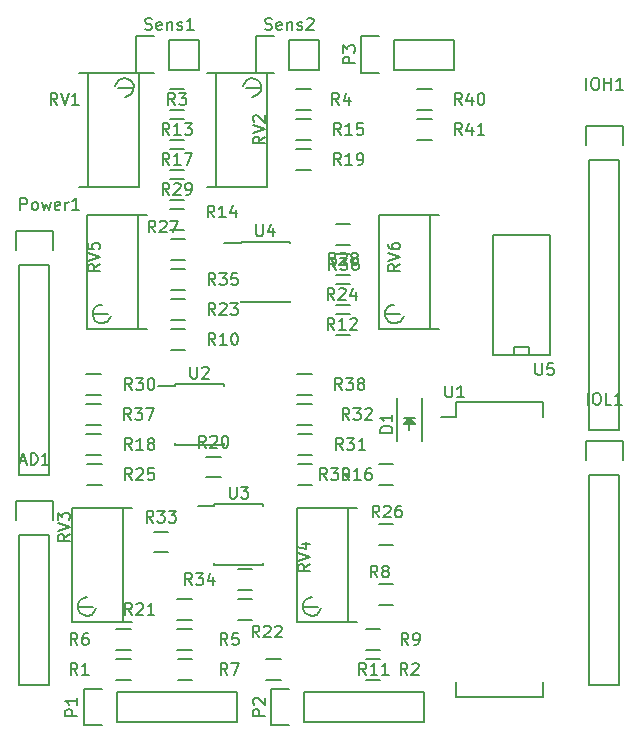
<source format=gto>
G04 #@! TF.FileFunction,Legend,Top*
%FSLAX45Y45*%
G04 Gerber Fmt 4.5, Leading zero omitted, Abs format (unit mm)*
G04 Created by KiCad (PCBNEW (2015-09-03 BZR 6154)-product) date Saturday, September 05, 2015 'PMt' 10:25:32 PM*
%MOMM*%
G01*
G04 APERTURE LIST*
%ADD10C,0.100000*%
%ADD11C,0.150000*%
G04 APERTURE END LIST*
D10*
D11*
X18923000Y-12446000D02*
X18923000Y-13716000D01*
X18923000Y-13716000D02*
X18669000Y-13716000D01*
X18669000Y-13716000D02*
X18669000Y-12446000D01*
X18951000Y-12164000D02*
X18951000Y-12319000D01*
X18923000Y-12446000D02*
X18669000Y-12446000D01*
X18641000Y-12319000D02*
X18641000Y-12164000D01*
X18641000Y-12164000D02*
X18951000Y-12164000D01*
X21866000Y-11293486D02*
X21866000Y-11653486D01*
X22076000Y-11293486D02*
X22076000Y-11653486D01*
X22001000Y-11498486D02*
X21941000Y-11498486D01*
X21941000Y-11498486D02*
X21971000Y-11468486D01*
X21971000Y-11468486D02*
X21991000Y-11488486D01*
X21991000Y-11488486D02*
X21966000Y-11488486D01*
X21966000Y-11488486D02*
X21971000Y-11483486D01*
X22021000Y-11458486D02*
X21921000Y-11458486D01*
X21971000Y-11508486D02*
X21971000Y-11558486D01*
X21971000Y-11458486D02*
X22021000Y-11508486D01*
X22021000Y-11508486D02*
X21921000Y-11508486D01*
X21921000Y-11508486D02*
X21971000Y-11458486D01*
X23749000Y-9271000D02*
X23749000Y-11557000D01*
X23749000Y-11557000D02*
X23495000Y-11557000D01*
X23495000Y-11557000D02*
X23495000Y-9271000D01*
X23777000Y-8989000D02*
X23777000Y-9144000D01*
X23749000Y-9271000D02*
X23495000Y-9271000D01*
X23467000Y-9144000D02*
X23467000Y-8989000D01*
X23467000Y-8989000D02*
X23777000Y-8989000D01*
X23749000Y-11938000D02*
X23749000Y-13716000D01*
X23749000Y-13716000D02*
X23495000Y-13716000D01*
X23495000Y-13716000D02*
X23495000Y-11938000D01*
X23777000Y-11656000D02*
X23777000Y-11811000D01*
X23749000Y-11938000D02*
X23495000Y-11938000D01*
X23467000Y-11811000D02*
X23467000Y-11656000D01*
X23467000Y-11656000D02*
X23777000Y-11656000D01*
X19367500Y-14061500D02*
X19212500Y-14061500D01*
X19212500Y-14061500D02*
X19212500Y-13751500D01*
X19212500Y-13751500D02*
X19367500Y-13751500D01*
X19494500Y-13779500D02*
X20510500Y-13779500D01*
X20510500Y-13779500D02*
X20510500Y-14033500D01*
X20510500Y-14033500D02*
X19494500Y-14033500D01*
X19494500Y-13779500D02*
X19494500Y-14033500D01*
X20955000Y-14061500D02*
X20800000Y-14061500D01*
X20800000Y-14061500D02*
X20800000Y-13751500D01*
X20800000Y-13751500D02*
X20955000Y-13751500D01*
X21082000Y-13779500D02*
X22098000Y-13779500D01*
X22098000Y-13779500D02*
X22098000Y-14033500D01*
X22098000Y-14033500D02*
X21082000Y-14033500D01*
X21082000Y-13779500D02*
X21082000Y-14033500D01*
X21844000Y-8509000D02*
X22352000Y-8509000D01*
X22352000Y-8509000D02*
X22352000Y-8255000D01*
X22352000Y-8255000D02*
X21844000Y-8255000D01*
X21562000Y-8227000D02*
X21717000Y-8227000D01*
X21844000Y-8255000D02*
X21844000Y-8509000D01*
X21717000Y-8537000D02*
X21562000Y-8537000D01*
X21562000Y-8537000D02*
X21562000Y-8227000D01*
X18923000Y-10160000D02*
X18923000Y-11938000D01*
X18923000Y-11938000D02*
X18669000Y-11938000D01*
X18669000Y-11938000D02*
X18669000Y-10160000D01*
X18951000Y-9878000D02*
X18951000Y-10033000D01*
X18923000Y-10160000D02*
X18669000Y-10160000D01*
X18641000Y-10033000D02*
X18641000Y-9878000D01*
X18641000Y-9878000D02*
X18951000Y-9878000D01*
X19490000Y-13501500D02*
X19610000Y-13501500D01*
X19610000Y-13676500D02*
X19490000Y-13676500D01*
X20880000Y-13676500D02*
X20760000Y-13676500D01*
X20760000Y-13501500D02*
X20880000Y-13501500D01*
X19942500Y-8675500D02*
X20062500Y-8675500D01*
X20062500Y-8850500D02*
X19942500Y-8850500D01*
X21014000Y-8675500D02*
X21134000Y-8675500D01*
X21134000Y-8850500D02*
X21014000Y-8850500D01*
X20126000Y-13422500D02*
X20006000Y-13422500D01*
X20006000Y-13247500D02*
X20126000Y-13247500D01*
X19610000Y-13422500D02*
X19490000Y-13422500D01*
X19490000Y-13247500D02*
X19610000Y-13247500D01*
X20134000Y-13676500D02*
X20014000Y-13676500D01*
X20014000Y-13501500D02*
X20134000Y-13501500D01*
X21832500Y-13041500D02*
X21712500Y-13041500D01*
X21712500Y-12866500D02*
X21832500Y-12866500D01*
X21721500Y-13422500D02*
X21601500Y-13422500D01*
X21601500Y-13247500D02*
X21721500Y-13247500D01*
X20070500Y-10882500D02*
X19950500Y-10882500D01*
X19950500Y-10707500D02*
X20070500Y-10707500D01*
X21721500Y-13676500D02*
X21601500Y-13676500D01*
X21601500Y-13501500D02*
X21721500Y-13501500D01*
X21347500Y-10580500D02*
X21467500Y-10580500D01*
X21467500Y-10755500D02*
X21347500Y-10755500D01*
X19942500Y-8929500D02*
X20062500Y-8929500D01*
X20062500Y-9104500D02*
X19942500Y-9104500D01*
X19942500Y-9691500D02*
X20062500Y-9691500D01*
X20062500Y-9866500D02*
X19942500Y-9866500D01*
X21014000Y-8929500D02*
X21134000Y-8929500D01*
X21134000Y-9104500D02*
X21014000Y-9104500D01*
X21150000Y-12025500D02*
X21030000Y-12025500D01*
X21030000Y-11850500D02*
X21150000Y-11850500D01*
X19942500Y-9183500D02*
X20062500Y-9183500D01*
X20062500Y-9358500D02*
X19942500Y-9358500D01*
X19356000Y-11771500D02*
X19236000Y-11771500D01*
X19236000Y-11596500D02*
X19356000Y-11596500D01*
X21014000Y-9183500D02*
X21134000Y-9183500D01*
X21134000Y-9358500D02*
X21014000Y-9358500D01*
X20372000Y-11962000D02*
X20252000Y-11962000D01*
X20252000Y-11787000D02*
X20372000Y-11787000D01*
X20126000Y-13168500D02*
X20006000Y-13168500D01*
X20006000Y-12993500D02*
X20126000Y-12993500D01*
X20642000Y-13168500D02*
X20522000Y-13168500D01*
X20522000Y-12993500D02*
X20642000Y-12993500D01*
X20070500Y-10628500D02*
X19950500Y-10628500D01*
X19950500Y-10453500D02*
X20070500Y-10453500D01*
X21467500Y-10501500D02*
X21347500Y-10501500D01*
X21347500Y-10326500D02*
X21467500Y-10326500D01*
X19364000Y-12025500D02*
X19244000Y-12025500D01*
X19244000Y-11850500D02*
X19364000Y-11850500D01*
X21832500Y-12533500D02*
X21712500Y-12533500D01*
X21712500Y-12358500D02*
X21832500Y-12358500D01*
X20070500Y-10120500D02*
X19950500Y-10120500D01*
X19950500Y-9945500D02*
X20070500Y-9945500D01*
X21347500Y-9818500D02*
X21467500Y-9818500D01*
X21467500Y-9993500D02*
X21347500Y-9993500D01*
X19942500Y-9437500D02*
X20062500Y-9437500D01*
X20062500Y-9612500D02*
X19942500Y-9612500D01*
X19356000Y-11263500D02*
X19236000Y-11263500D01*
X19236000Y-11088500D02*
X19356000Y-11088500D01*
X21150000Y-11771500D02*
X21030000Y-11771500D01*
X21030000Y-11596500D02*
X21150000Y-11596500D01*
X21022000Y-11342500D02*
X21142000Y-11342500D01*
X21142000Y-11517500D02*
X21022000Y-11517500D01*
X19927500Y-12597000D02*
X19807500Y-12597000D01*
X19807500Y-12422000D02*
X19927500Y-12422000D01*
X20642000Y-12914500D02*
X20522000Y-12914500D01*
X20522000Y-12739500D02*
X20642000Y-12739500D01*
X20070500Y-10374500D02*
X19950500Y-10374500D01*
X19950500Y-10199500D02*
X20070500Y-10199500D01*
X21467500Y-10247500D02*
X21347500Y-10247500D01*
X21347500Y-10072500D02*
X21467500Y-10072500D01*
X19356000Y-11517500D02*
X19236000Y-11517500D01*
X19236000Y-11342500D02*
X19356000Y-11342500D01*
X21142000Y-11263500D02*
X21022000Y-11263500D01*
X21022000Y-11088500D02*
X21142000Y-11088500D01*
X21832500Y-12025500D02*
X21712500Y-12025500D01*
X21712500Y-11850500D02*
X21832500Y-11850500D01*
X22038000Y-8675500D02*
X22158000Y-8675500D01*
X22158000Y-8850500D02*
X22038000Y-8850500D01*
X22038000Y-8929500D02*
X22158000Y-8929500D01*
X22158000Y-9104500D02*
X22038000Y-9104500D01*
X19634200Y-8661400D02*
X19507200Y-8661400D01*
X19559270Y-8740140D02*
X19584670Y-8736330D01*
X19584670Y-8736330D02*
X19612610Y-8718550D01*
X19612610Y-8718550D02*
X19634200Y-8686800D01*
X19634200Y-8686800D02*
X19635470Y-8642350D01*
X19635470Y-8642350D02*
X19615150Y-8606790D01*
X19615150Y-8606790D02*
X19585940Y-8589010D01*
X19585940Y-8589010D02*
X19554190Y-8583930D01*
X19554190Y-8583930D02*
X19513550Y-8594090D01*
X19513550Y-8594090D02*
X19488150Y-8628380D01*
X19488150Y-8628380D02*
X19479260Y-8646160D01*
X19253200Y-9499600D02*
X19253200Y-8534400D01*
X19558000Y-8534400D02*
X19685000Y-8534400D01*
X19685000Y-8534400D02*
X19685000Y-9499600D01*
X19685000Y-9499600D02*
X19177000Y-9499600D01*
X19177000Y-8534400D02*
X19431000Y-8534400D01*
X19431000Y-8534400D02*
X19558000Y-8534400D01*
X20713700Y-8661400D02*
X20586700Y-8661400D01*
X20638770Y-8740140D02*
X20664170Y-8736330D01*
X20664170Y-8736330D02*
X20692110Y-8718550D01*
X20692110Y-8718550D02*
X20713700Y-8686800D01*
X20713700Y-8686800D02*
X20714970Y-8642350D01*
X20714970Y-8642350D02*
X20694650Y-8606790D01*
X20694650Y-8606790D02*
X20665440Y-8589010D01*
X20665440Y-8589010D02*
X20633690Y-8583930D01*
X20633690Y-8583930D02*
X20593050Y-8594090D01*
X20593050Y-8594090D02*
X20567650Y-8628380D01*
X20567650Y-8628380D02*
X20558760Y-8646160D01*
X20332700Y-9499600D02*
X20332700Y-8534400D01*
X20637500Y-8534400D02*
X20764500Y-8534400D01*
X20764500Y-8534400D02*
X20764500Y-9499600D01*
X20764500Y-9499600D02*
X20256500Y-9499600D01*
X20256500Y-8534400D02*
X20510500Y-8534400D01*
X20510500Y-8534400D02*
X20637500Y-8534400D01*
X19164300Y-13055600D02*
X19291300Y-13055600D01*
X19239230Y-12976860D02*
X19213830Y-12980670D01*
X19213830Y-12980670D02*
X19185890Y-12998450D01*
X19185890Y-12998450D02*
X19164300Y-13030200D01*
X19164300Y-13030200D02*
X19163030Y-13074650D01*
X19163030Y-13074650D02*
X19183350Y-13110210D01*
X19183350Y-13110210D02*
X19212560Y-13127990D01*
X19212560Y-13127990D02*
X19244310Y-13133070D01*
X19244310Y-13133070D02*
X19284950Y-13122910D01*
X19284950Y-13122910D02*
X19310350Y-13088620D01*
X19310350Y-13088620D02*
X19319240Y-13070840D01*
X19545300Y-12217400D02*
X19545300Y-13182600D01*
X19240500Y-13182600D02*
X19113500Y-13182600D01*
X19113500Y-13182600D02*
X19113500Y-12217400D01*
X19113500Y-12217400D02*
X19621500Y-12217400D01*
X19621500Y-13182600D02*
X19367500Y-13182600D01*
X19367500Y-13182600D02*
X19240500Y-13182600D01*
X21069300Y-13055600D02*
X21196300Y-13055600D01*
X21144230Y-12976860D02*
X21118830Y-12980670D01*
X21118830Y-12980670D02*
X21090890Y-12998450D01*
X21090890Y-12998450D02*
X21069300Y-13030200D01*
X21069300Y-13030200D02*
X21068030Y-13074650D01*
X21068030Y-13074650D02*
X21088350Y-13110210D01*
X21088350Y-13110210D02*
X21117560Y-13127990D01*
X21117560Y-13127990D02*
X21149310Y-13133070D01*
X21149310Y-13133070D02*
X21189950Y-13122910D01*
X21189950Y-13122910D02*
X21215350Y-13088620D01*
X21215350Y-13088620D02*
X21224240Y-13070840D01*
X21450300Y-12217400D02*
X21450300Y-13182600D01*
X21145500Y-13182600D02*
X21018500Y-13182600D01*
X21018500Y-13182600D02*
X21018500Y-12217400D01*
X21018500Y-12217400D02*
X21526500Y-12217400D01*
X21526500Y-13182600D02*
X21272500Y-13182600D01*
X21272500Y-13182600D02*
X21145500Y-13182600D01*
X19291300Y-10579100D02*
X19418300Y-10579100D01*
X19366230Y-10500360D02*
X19340830Y-10504170D01*
X19340830Y-10504170D02*
X19312890Y-10521950D01*
X19312890Y-10521950D02*
X19291300Y-10553700D01*
X19291300Y-10553700D02*
X19290030Y-10598150D01*
X19290030Y-10598150D02*
X19310350Y-10633710D01*
X19310350Y-10633710D02*
X19339560Y-10651490D01*
X19339560Y-10651490D02*
X19371310Y-10656570D01*
X19371310Y-10656570D02*
X19411950Y-10646410D01*
X19411950Y-10646410D02*
X19437350Y-10612120D01*
X19437350Y-10612120D02*
X19446240Y-10594340D01*
X19672300Y-9740900D02*
X19672300Y-10706100D01*
X19367500Y-10706100D02*
X19240500Y-10706100D01*
X19240500Y-10706100D02*
X19240500Y-9740900D01*
X19240500Y-9740900D02*
X19748500Y-9740900D01*
X19748500Y-10706100D02*
X19494500Y-10706100D01*
X19494500Y-10706100D02*
X19367500Y-10706100D01*
X21767800Y-10579100D02*
X21894800Y-10579100D01*
X21842730Y-10500360D02*
X21817330Y-10504170D01*
X21817330Y-10504170D02*
X21789390Y-10521950D01*
X21789390Y-10521950D02*
X21767800Y-10553700D01*
X21767800Y-10553700D02*
X21766530Y-10598150D01*
X21766530Y-10598150D02*
X21786850Y-10633710D01*
X21786850Y-10633710D02*
X21816060Y-10651490D01*
X21816060Y-10651490D02*
X21847810Y-10656570D01*
X21847810Y-10656570D02*
X21888450Y-10646410D01*
X21888450Y-10646410D02*
X21913850Y-10612120D01*
X21913850Y-10612120D02*
X21922740Y-10594340D01*
X22148800Y-9740900D02*
X22148800Y-10706100D01*
X21844000Y-10706100D02*
X21717000Y-10706100D01*
X21717000Y-10706100D02*
X21717000Y-9740900D01*
X21717000Y-9740900D02*
X22225000Y-9740900D01*
X22225000Y-10706100D02*
X21971000Y-10706100D01*
X21971000Y-10706100D02*
X21844000Y-10706100D01*
X19939000Y-8255000D02*
X20193000Y-8255000D01*
X19657000Y-8227000D02*
X19812000Y-8227000D01*
X19939000Y-8255000D02*
X19939000Y-8509000D01*
X19812000Y-8537000D02*
X19657000Y-8537000D01*
X19657000Y-8537000D02*
X19657000Y-8227000D01*
X19939000Y-8509000D02*
X20193000Y-8509000D01*
X20193000Y-8509000D02*
X20193000Y-8255000D01*
X20955000Y-8255000D02*
X21209000Y-8255000D01*
X20673000Y-8227000D02*
X20828000Y-8227000D01*
X20955000Y-8255000D02*
X20955000Y-8509000D01*
X20828000Y-8537000D02*
X20673000Y-8537000D01*
X20673000Y-8537000D02*
X20673000Y-8227000D01*
X20955000Y-8509000D02*
X21209000Y-8509000D01*
X21209000Y-8509000D02*
X21209000Y-8255000D01*
X22365500Y-11327500D02*
X22365500Y-11454500D01*
X23100500Y-11327500D02*
X23100500Y-11454500D01*
X23100500Y-13818500D02*
X23100500Y-13691500D01*
X22365500Y-13818500D02*
X22365500Y-13691500D01*
X22365500Y-11327500D02*
X23100500Y-11327500D01*
X22365500Y-13818500D02*
X23100500Y-13818500D01*
X22365500Y-11454500D02*
X22237000Y-11454500D01*
X19985500Y-11172500D02*
X19985500Y-11187000D01*
X20400500Y-11172500D02*
X20400500Y-11187000D01*
X20400500Y-11687500D02*
X20400500Y-11673000D01*
X19985500Y-11687500D02*
X19985500Y-11673000D01*
X19985500Y-11172500D02*
X20400500Y-11172500D01*
X19985500Y-11687500D02*
X20400500Y-11687500D01*
X19985500Y-11187000D02*
X19845500Y-11187000D01*
X20319000Y-12188500D02*
X20319000Y-12203000D01*
X20734000Y-12188500D02*
X20734000Y-12203000D01*
X20734000Y-12703500D02*
X20734000Y-12689000D01*
X20319000Y-12703500D02*
X20319000Y-12689000D01*
X20319000Y-12188500D02*
X20734000Y-12188500D01*
X20319000Y-12703500D02*
X20734000Y-12703500D01*
X20319000Y-12203000D02*
X20179000Y-12203000D01*
X20541000Y-9966000D02*
X20541000Y-9980500D01*
X20956000Y-9966000D02*
X20956000Y-9980500D01*
X20956000Y-10481000D02*
X20956000Y-10466500D01*
X20541000Y-10481000D02*
X20541000Y-10466500D01*
X20541000Y-9966000D02*
X20956000Y-9966000D01*
X20541000Y-10481000D02*
X20956000Y-10481000D01*
X20541000Y-9980500D02*
X20401000Y-9980500D01*
X22682200Y-9906000D02*
X23164800Y-9906000D01*
X23164800Y-9906000D02*
X23164800Y-10922000D01*
X23164800Y-10922000D02*
X22682200Y-10922000D01*
X22682200Y-10922000D02*
X22682200Y-9906000D01*
X22860000Y-10922000D02*
X22860000Y-10858500D01*
X22860000Y-10858500D02*
X22987000Y-10858500D01*
X22987000Y-10858500D02*
X22987000Y-10922000D01*
X18674571Y-11825667D02*
X18722191Y-11825667D01*
X18665048Y-11854238D02*
X18698381Y-11754238D01*
X18731714Y-11854238D01*
X18765048Y-11854238D02*
X18765048Y-11754238D01*
X18788857Y-11754238D01*
X18803143Y-11759000D01*
X18812667Y-11768524D01*
X18817429Y-11778048D01*
X18822191Y-11797095D01*
X18822191Y-11811381D01*
X18817429Y-11830429D01*
X18812667Y-11839952D01*
X18803143Y-11849476D01*
X18788857Y-11854238D01*
X18765048Y-11854238D01*
X18917429Y-11854238D02*
X18860286Y-11854238D01*
X18888857Y-11854238D02*
X18888857Y-11754238D01*
X18879333Y-11768524D01*
X18869810Y-11778048D01*
X18860286Y-11782809D01*
X21825738Y-11582295D02*
X21725738Y-11582295D01*
X21725738Y-11558486D01*
X21730500Y-11544200D01*
X21740024Y-11534676D01*
X21749548Y-11529914D01*
X21768595Y-11525153D01*
X21782881Y-11525153D01*
X21801929Y-11529914D01*
X21811452Y-11534676D01*
X21820976Y-11544200D01*
X21825738Y-11558486D01*
X21825738Y-11582295D01*
X21825738Y-11429914D02*
X21825738Y-11487057D01*
X21825738Y-11458486D02*
X21725738Y-11458486D01*
X21740024Y-11468010D01*
X21749548Y-11477534D01*
X21754310Y-11487057D01*
X23469619Y-8679238D02*
X23469619Y-8579238D01*
X23536286Y-8579238D02*
X23555333Y-8579238D01*
X23564857Y-8584000D01*
X23574381Y-8593524D01*
X23579143Y-8612571D01*
X23579143Y-8645905D01*
X23574381Y-8664952D01*
X23564857Y-8674476D01*
X23555333Y-8679238D01*
X23536286Y-8679238D01*
X23526762Y-8674476D01*
X23517238Y-8664952D01*
X23512476Y-8645905D01*
X23512476Y-8612571D01*
X23517238Y-8593524D01*
X23526762Y-8584000D01*
X23536286Y-8579238D01*
X23622000Y-8679238D02*
X23622000Y-8579238D01*
X23622000Y-8626857D02*
X23679143Y-8626857D01*
X23679143Y-8679238D02*
X23679143Y-8579238D01*
X23779143Y-8679238D02*
X23722000Y-8679238D01*
X23750571Y-8679238D02*
X23750571Y-8579238D01*
X23741048Y-8593524D01*
X23731524Y-8603048D01*
X23722000Y-8607810D01*
X23481524Y-11346238D02*
X23481524Y-11246238D01*
X23548190Y-11246238D02*
X23567238Y-11246238D01*
X23576762Y-11251000D01*
X23586286Y-11260524D01*
X23591048Y-11279571D01*
X23591048Y-11312905D01*
X23586286Y-11331952D01*
X23576762Y-11341476D01*
X23567238Y-11346238D01*
X23548190Y-11346238D01*
X23538667Y-11341476D01*
X23529143Y-11331952D01*
X23524381Y-11312905D01*
X23524381Y-11279571D01*
X23529143Y-11260524D01*
X23538667Y-11251000D01*
X23548190Y-11246238D01*
X23681524Y-11346238D02*
X23633905Y-11346238D01*
X23633905Y-11246238D01*
X23767238Y-11346238D02*
X23710095Y-11346238D01*
X23738667Y-11346238D02*
X23738667Y-11246238D01*
X23729143Y-11260524D01*
X23719619Y-11270048D01*
X23710095Y-11274809D01*
X19158738Y-13980309D02*
X19058738Y-13980309D01*
X19058738Y-13942214D01*
X19063500Y-13932690D01*
X19068262Y-13927928D01*
X19077786Y-13923167D01*
X19092071Y-13923167D01*
X19101595Y-13927928D01*
X19106357Y-13932690D01*
X19111119Y-13942214D01*
X19111119Y-13980309D01*
X19158738Y-13827928D02*
X19158738Y-13885071D01*
X19158738Y-13856500D02*
X19058738Y-13856500D01*
X19073024Y-13866024D01*
X19082548Y-13875548D01*
X19087310Y-13885071D01*
X20746238Y-13980309D02*
X20646238Y-13980309D01*
X20646238Y-13942214D01*
X20651000Y-13932690D01*
X20655762Y-13927928D01*
X20665286Y-13923167D01*
X20679571Y-13923167D01*
X20689095Y-13927928D01*
X20693857Y-13932690D01*
X20698619Y-13942214D01*
X20698619Y-13980309D01*
X20655762Y-13885071D02*
X20651000Y-13880309D01*
X20646238Y-13870786D01*
X20646238Y-13846976D01*
X20651000Y-13837452D01*
X20655762Y-13832690D01*
X20665286Y-13827928D01*
X20674810Y-13827928D01*
X20689095Y-13832690D01*
X20746238Y-13889833D01*
X20746238Y-13827928D01*
X21508238Y-8455810D02*
X21408238Y-8455810D01*
X21408238Y-8417714D01*
X21413000Y-8408190D01*
X21417762Y-8403429D01*
X21427286Y-8398667D01*
X21441571Y-8398667D01*
X21451095Y-8403429D01*
X21455857Y-8408190D01*
X21460619Y-8417714D01*
X21460619Y-8455810D01*
X21408238Y-8365333D02*
X21408238Y-8303428D01*
X21446333Y-8336762D01*
X21446333Y-8322476D01*
X21451095Y-8312952D01*
X21455857Y-8308190D01*
X21465381Y-8303428D01*
X21489191Y-8303428D01*
X21498714Y-8308190D01*
X21503476Y-8312952D01*
X21508238Y-8322476D01*
X21508238Y-8351048D01*
X21503476Y-8360571D01*
X21498714Y-8365333D01*
X18677762Y-9697238D02*
X18677762Y-9597238D01*
X18715857Y-9597238D01*
X18725381Y-9602000D01*
X18730143Y-9606762D01*
X18734905Y-9616286D01*
X18734905Y-9630571D01*
X18730143Y-9640095D01*
X18725381Y-9644857D01*
X18715857Y-9649619D01*
X18677762Y-9649619D01*
X18792048Y-9697238D02*
X18782524Y-9692476D01*
X18777762Y-9687714D01*
X18773000Y-9678191D01*
X18773000Y-9649619D01*
X18777762Y-9640095D01*
X18782524Y-9635333D01*
X18792048Y-9630571D01*
X18806333Y-9630571D01*
X18815857Y-9635333D01*
X18820619Y-9640095D01*
X18825381Y-9649619D01*
X18825381Y-9678191D01*
X18820619Y-9687714D01*
X18815857Y-9692476D01*
X18806333Y-9697238D01*
X18792048Y-9697238D01*
X18858714Y-9630571D02*
X18877762Y-9697238D01*
X18896810Y-9649619D01*
X18915857Y-9697238D01*
X18934905Y-9630571D01*
X19011095Y-9692476D02*
X19001572Y-9697238D01*
X18982524Y-9697238D01*
X18973000Y-9692476D01*
X18968238Y-9682952D01*
X18968238Y-9644857D01*
X18973000Y-9635333D01*
X18982524Y-9630571D01*
X19001572Y-9630571D01*
X19011095Y-9635333D01*
X19015857Y-9644857D01*
X19015857Y-9654381D01*
X18968238Y-9663905D01*
X19058714Y-9697238D02*
X19058714Y-9630571D01*
X19058714Y-9649619D02*
X19063476Y-9640095D01*
X19068238Y-9635333D01*
X19077762Y-9630571D01*
X19087286Y-9630571D01*
X19173000Y-9697238D02*
X19115857Y-9697238D01*
X19144429Y-9697238D02*
X19144429Y-9597238D01*
X19134905Y-9611524D01*
X19125381Y-9621048D01*
X19115857Y-9625810D01*
X19160333Y-13634238D02*
X19127000Y-13586619D01*
X19103191Y-13634238D02*
X19103191Y-13534238D01*
X19141286Y-13534238D01*
X19150810Y-13539000D01*
X19155572Y-13543762D01*
X19160333Y-13553286D01*
X19160333Y-13567571D01*
X19155572Y-13577095D01*
X19150810Y-13581857D01*
X19141286Y-13586619D01*
X19103191Y-13586619D01*
X19255572Y-13634238D02*
X19198429Y-13634238D01*
X19227000Y-13634238D02*
X19227000Y-13534238D01*
X19217476Y-13548524D01*
X19207952Y-13558048D01*
X19198429Y-13562809D01*
X21954333Y-13634238D02*
X21921000Y-13586619D01*
X21897191Y-13634238D02*
X21897191Y-13534238D01*
X21935286Y-13534238D01*
X21944810Y-13539000D01*
X21949572Y-13543762D01*
X21954333Y-13553286D01*
X21954333Y-13567571D01*
X21949572Y-13577095D01*
X21944810Y-13581857D01*
X21935286Y-13586619D01*
X21897191Y-13586619D01*
X21992429Y-13543762D02*
X21997191Y-13539000D01*
X22006714Y-13534238D01*
X22030524Y-13534238D01*
X22040048Y-13539000D01*
X22044810Y-13543762D01*
X22049572Y-13553286D01*
X22049572Y-13562809D01*
X22044810Y-13577095D01*
X21987667Y-13634238D01*
X22049572Y-13634238D01*
X19985833Y-8808238D02*
X19952500Y-8760619D01*
X19928691Y-8808238D02*
X19928691Y-8708238D01*
X19966786Y-8708238D01*
X19976310Y-8713000D01*
X19981072Y-8717762D01*
X19985833Y-8727286D01*
X19985833Y-8741571D01*
X19981072Y-8751095D01*
X19976310Y-8755857D01*
X19966786Y-8760619D01*
X19928691Y-8760619D01*
X20019167Y-8708238D02*
X20081072Y-8708238D01*
X20047738Y-8746333D01*
X20062024Y-8746333D01*
X20071548Y-8751095D01*
X20076310Y-8755857D01*
X20081072Y-8765381D01*
X20081072Y-8789191D01*
X20076310Y-8798714D01*
X20071548Y-8803476D01*
X20062024Y-8808238D01*
X20033452Y-8808238D01*
X20023929Y-8803476D01*
X20019167Y-8798714D01*
X21374833Y-8808238D02*
X21341500Y-8760619D01*
X21317691Y-8808238D02*
X21317691Y-8708238D01*
X21355786Y-8708238D01*
X21365310Y-8713000D01*
X21370072Y-8717762D01*
X21374833Y-8727286D01*
X21374833Y-8741571D01*
X21370072Y-8751095D01*
X21365310Y-8755857D01*
X21355786Y-8760619D01*
X21317691Y-8760619D01*
X21460548Y-8741571D02*
X21460548Y-8808238D01*
X21436738Y-8703476D02*
X21412929Y-8774905D01*
X21474833Y-8774905D01*
X20430333Y-13380238D02*
X20397000Y-13332619D01*
X20373191Y-13380238D02*
X20373191Y-13280238D01*
X20411286Y-13280238D01*
X20420810Y-13285000D01*
X20425572Y-13289762D01*
X20430333Y-13299286D01*
X20430333Y-13313571D01*
X20425572Y-13323095D01*
X20420810Y-13327857D01*
X20411286Y-13332619D01*
X20373191Y-13332619D01*
X20520810Y-13280238D02*
X20473191Y-13280238D01*
X20468429Y-13327857D01*
X20473191Y-13323095D01*
X20482714Y-13318333D01*
X20506524Y-13318333D01*
X20516048Y-13323095D01*
X20520810Y-13327857D01*
X20525572Y-13337381D01*
X20525572Y-13361190D01*
X20520810Y-13370714D01*
X20516048Y-13375476D01*
X20506524Y-13380238D01*
X20482714Y-13380238D01*
X20473191Y-13375476D01*
X20468429Y-13370714D01*
X19160333Y-13380238D02*
X19127000Y-13332619D01*
X19103191Y-13380238D02*
X19103191Y-13280238D01*
X19141286Y-13280238D01*
X19150810Y-13285000D01*
X19155572Y-13289762D01*
X19160333Y-13299286D01*
X19160333Y-13313571D01*
X19155572Y-13323095D01*
X19150810Y-13327857D01*
X19141286Y-13332619D01*
X19103191Y-13332619D01*
X19246048Y-13280238D02*
X19227000Y-13280238D01*
X19217476Y-13285000D01*
X19212714Y-13289762D01*
X19203191Y-13304048D01*
X19198429Y-13323095D01*
X19198429Y-13361190D01*
X19203191Y-13370714D01*
X19207952Y-13375476D01*
X19217476Y-13380238D01*
X19236524Y-13380238D01*
X19246048Y-13375476D01*
X19250810Y-13370714D01*
X19255572Y-13361190D01*
X19255572Y-13337381D01*
X19250810Y-13327857D01*
X19246048Y-13323095D01*
X19236524Y-13318333D01*
X19217476Y-13318333D01*
X19207952Y-13323095D01*
X19203191Y-13327857D01*
X19198429Y-13337381D01*
X20430333Y-13634238D02*
X20397000Y-13586619D01*
X20373191Y-13634238D02*
X20373191Y-13534238D01*
X20411286Y-13534238D01*
X20420810Y-13539000D01*
X20425572Y-13543762D01*
X20430333Y-13553286D01*
X20430333Y-13567571D01*
X20425572Y-13577095D01*
X20420810Y-13581857D01*
X20411286Y-13586619D01*
X20373191Y-13586619D01*
X20463667Y-13534238D02*
X20530333Y-13534238D01*
X20487476Y-13634238D01*
X21700333Y-12808738D02*
X21667000Y-12761119D01*
X21643191Y-12808738D02*
X21643191Y-12708738D01*
X21681286Y-12708738D01*
X21690810Y-12713500D01*
X21695572Y-12718262D01*
X21700333Y-12727786D01*
X21700333Y-12742071D01*
X21695572Y-12751595D01*
X21690810Y-12756357D01*
X21681286Y-12761119D01*
X21643191Y-12761119D01*
X21757476Y-12751595D02*
X21747952Y-12746833D01*
X21743191Y-12742071D01*
X21738429Y-12732548D01*
X21738429Y-12727786D01*
X21743191Y-12718262D01*
X21747952Y-12713500D01*
X21757476Y-12708738D01*
X21776524Y-12708738D01*
X21786048Y-12713500D01*
X21790810Y-12718262D01*
X21795572Y-12727786D01*
X21795572Y-12732548D01*
X21790810Y-12742071D01*
X21786048Y-12746833D01*
X21776524Y-12751595D01*
X21757476Y-12751595D01*
X21747952Y-12756357D01*
X21743191Y-12761119D01*
X21738429Y-12770643D01*
X21738429Y-12789690D01*
X21743191Y-12799214D01*
X21747952Y-12803976D01*
X21757476Y-12808738D01*
X21776524Y-12808738D01*
X21786048Y-12803976D01*
X21790810Y-12799214D01*
X21795572Y-12789690D01*
X21795572Y-12770643D01*
X21790810Y-12761119D01*
X21786048Y-12756357D01*
X21776524Y-12751595D01*
X21962333Y-13380238D02*
X21929000Y-13332619D01*
X21905191Y-13380238D02*
X21905191Y-13280238D01*
X21943286Y-13280238D01*
X21952810Y-13285000D01*
X21957572Y-13289762D01*
X21962333Y-13299286D01*
X21962333Y-13313571D01*
X21957572Y-13323095D01*
X21952810Y-13327857D01*
X21943286Y-13332619D01*
X21905191Y-13332619D01*
X22009952Y-13380238D02*
X22029000Y-13380238D01*
X22038524Y-13375476D01*
X22043286Y-13370714D01*
X22052810Y-13356429D01*
X22057572Y-13337381D01*
X22057572Y-13299286D01*
X22052810Y-13289762D01*
X22048048Y-13285000D01*
X22038524Y-13280238D01*
X22019476Y-13280238D01*
X22009952Y-13285000D01*
X22005191Y-13289762D01*
X22000429Y-13299286D01*
X22000429Y-13323095D01*
X22005191Y-13332619D01*
X22009952Y-13337381D01*
X22019476Y-13342143D01*
X22038524Y-13342143D01*
X22048048Y-13337381D01*
X22052810Y-13332619D01*
X22057572Y-13323095D01*
X20327214Y-10840238D02*
X20293881Y-10792619D01*
X20270071Y-10840238D02*
X20270071Y-10740238D01*
X20308167Y-10740238D01*
X20317691Y-10745000D01*
X20322452Y-10749762D01*
X20327214Y-10759286D01*
X20327214Y-10773571D01*
X20322452Y-10783095D01*
X20317691Y-10787857D01*
X20308167Y-10792619D01*
X20270071Y-10792619D01*
X20422452Y-10840238D02*
X20365310Y-10840238D01*
X20393881Y-10840238D02*
X20393881Y-10740238D01*
X20384357Y-10754524D01*
X20374833Y-10764048D01*
X20365310Y-10768810D01*
X20484357Y-10740238D02*
X20493881Y-10740238D01*
X20503405Y-10745000D01*
X20508167Y-10749762D01*
X20512929Y-10759286D01*
X20517691Y-10778333D01*
X20517691Y-10802143D01*
X20512929Y-10821191D01*
X20508167Y-10830714D01*
X20503405Y-10835476D01*
X20493881Y-10840238D01*
X20484357Y-10840238D01*
X20474833Y-10835476D01*
X20470071Y-10830714D01*
X20465310Y-10821191D01*
X20460548Y-10802143D01*
X20460548Y-10778333D01*
X20465310Y-10759286D01*
X20470071Y-10749762D01*
X20474833Y-10745000D01*
X20484357Y-10740238D01*
X21605214Y-13634238D02*
X21571881Y-13586619D01*
X21548071Y-13634238D02*
X21548071Y-13534238D01*
X21586167Y-13534238D01*
X21595691Y-13539000D01*
X21600452Y-13543762D01*
X21605214Y-13553286D01*
X21605214Y-13567571D01*
X21600452Y-13577095D01*
X21595691Y-13581857D01*
X21586167Y-13586619D01*
X21548071Y-13586619D01*
X21700452Y-13634238D02*
X21643310Y-13634238D01*
X21671881Y-13634238D02*
X21671881Y-13534238D01*
X21662357Y-13548524D01*
X21652833Y-13558048D01*
X21643310Y-13562809D01*
X21795691Y-13634238D02*
X21738548Y-13634238D01*
X21767119Y-13634238D02*
X21767119Y-13534238D01*
X21757595Y-13548524D01*
X21748071Y-13558048D01*
X21738548Y-13562809D01*
X21335214Y-10713238D02*
X21301881Y-10665619D01*
X21278071Y-10713238D02*
X21278071Y-10613238D01*
X21316167Y-10613238D01*
X21325691Y-10618000D01*
X21330452Y-10622762D01*
X21335214Y-10632286D01*
X21335214Y-10646571D01*
X21330452Y-10656095D01*
X21325691Y-10660857D01*
X21316167Y-10665619D01*
X21278071Y-10665619D01*
X21430452Y-10713238D02*
X21373310Y-10713238D01*
X21401881Y-10713238D02*
X21401881Y-10613238D01*
X21392357Y-10627524D01*
X21382833Y-10637048D01*
X21373310Y-10641810D01*
X21468548Y-10622762D02*
X21473310Y-10618000D01*
X21482833Y-10613238D01*
X21506643Y-10613238D01*
X21516167Y-10618000D01*
X21520929Y-10622762D01*
X21525691Y-10632286D01*
X21525691Y-10641810D01*
X21520929Y-10656095D01*
X21463786Y-10713238D01*
X21525691Y-10713238D01*
X19938214Y-9062238D02*
X19904881Y-9014619D01*
X19881071Y-9062238D02*
X19881071Y-8962238D01*
X19919167Y-8962238D01*
X19928691Y-8967000D01*
X19933452Y-8971762D01*
X19938214Y-8981286D01*
X19938214Y-8995571D01*
X19933452Y-9005095D01*
X19928691Y-9009857D01*
X19919167Y-9014619D01*
X19881071Y-9014619D01*
X20033452Y-9062238D02*
X19976310Y-9062238D01*
X20004881Y-9062238D02*
X20004881Y-8962238D01*
X19995357Y-8976524D01*
X19985833Y-8986048D01*
X19976310Y-8990810D01*
X20066786Y-8962238D02*
X20128691Y-8962238D01*
X20095357Y-9000333D01*
X20109643Y-9000333D01*
X20119167Y-9005095D01*
X20123929Y-9009857D01*
X20128691Y-9019381D01*
X20128691Y-9043191D01*
X20123929Y-9052714D01*
X20119167Y-9057476D01*
X20109643Y-9062238D01*
X20081071Y-9062238D01*
X20071548Y-9057476D01*
X20066786Y-9052714D01*
X20319214Y-9760738D02*
X20285881Y-9713119D01*
X20262071Y-9760738D02*
X20262071Y-9660738D01*
X20300167Y-9660738D01*
X20309691Y-9665500D01*
X20314452Y-9670262D01*
X20319214Y-9679786D01*
X20319214Y-9694071D01*
X20314452Y-9703595D01*
X20309691Y-9708357D01*
X20300167Y-9713119D01*
X20262071Y-9713119D01*
X20414452Y-9760738D02*
X20357310Y-9760738D01*
X20385881Y-9760738D02*
X20385881Y-9660738D01*
X20376357Y-9675024D01*
X20366833Y-9684548D01*
X20357310Y-9689310D01*
X20500167Y-9694071D02*
X20500167Y-9760738D01*
X20476357Y-9655976D02*
X20452548Y-9727405D01*
X20514452Y-9727405D01*
X21390714Y-9062238D02*
X21357381Y-9014619D01*
X21333571Y-9062238D02*
X21333571Y-8962238D01*
X21371667Y-8962238D01*
X21381191Y-8967000D01*
X21385952Y-8971762D01*
X21390714Y-8981286D01*
X21390714Y-8995571D01*
X21385952Y-9005095D01*
X21381191Y-9009857D01*
X21371667Y-9014619D01*
X21333571Y-9014619D01*
X21485952Y-9062238D02*
X21428810Y-9062238D01*
X21457381Y-9062238D02*
X21457381Y-8962238D01*
X21447857Y-8976524D01*
X21438333Y-8986048D01*
X21428810Y-8990810D01*
X21576429Y-8962238D02*
X21528810Y-8962238D01*
X21524048Y-9009857D01*
X21528810Y-9005095D01*
X21538333Y-9000333D01*
X21562143Y-9000333D01*
X21571667Y-9005095D01*
X21576429Y-9009857D01*
X21581191Y-9019381D01*
X21581191Y-9043191D01*
X21576429Y-9052714D01*
X21571667Y-9057476D01*
X21562143Y-9062238D01*
X21538333Y-9062238D01*
X21528810Y-9057476D01*
X21524048Y-9052714D01*
X21462214Y-11983238D02*
X21428881Y-11935619D01*
X21405071Y-11983238D02*
X21405071Y-11883238D01*
X21443167Y-11883238D01*
X21452691Y-11888000D01*
X21457452Y-11892762D01*
X21462214Y-11902286D01*
X21462214Y-11916571D01*
X21457452Y-11926095D01*
X21452691Y-11930857D01*
X21443167Y-11935619D01*
X21405071Y-11935619D01*
X21557452Y-11983238D02*
X21500310Y-11983238D01*
X21528881Y-11983238D02*
X21528881Y-11883238D01*
X21519357Y-11897524D01*
X21509833Y-11907048D01*
X21500310Y-11911809D01*
X21643167Y-11883238D02*
X21624119Y-11883238D01*
X21614595Y-11888000D01*
X21609833Y-11892762D01*
X21600310Y-11907048D01*
X21595548Y-11926095D01*
X21595548Y-11964190D01*
X21600310Y-11973714D01*
X21605071Y-11978476D01*
X21614595Y-11983238D01*
X21633643Y-11983238D01*
X21643167Y-11978476D01*
X21647929Y-11973714D01*
X21652691Y-11964190D01*
X21652691Y-11940381D01*
X21647929Y-11930857D01*
X21643167Y-11926095D01*
X21633643Y-11921333D01*
X21614595Y-11921333D01*
X21605071Y-11926095D01*
X21600310Y-11930857D01*
X21595548Y-11940381D01*
X19938214Y-9316238D02*
X19904881Y-9268619D01*
X19881071Y-9316238D02*
X19881071Y-9216238D01*
X19919167Y-9216238D01*
X19928691Y-9221000D01*
X19933452Y-9225762D01*
X19938214Y-9235286D01*
X19938214Y-9249571D01*
X19933452Y-9259095D01*
X19928691Y-9263857D01*
X19919167Y-9268619D01*
X19881071Y-9268619D01*
X20033452Y-9316238D02*
X19976310Y-9316238D01*
X20004881Y-9316238D02*
X20004881Y-9216238D01*
X19995357Y-9230524D01*
X19985833Y-9240048D01*
X19976310Y-9244810D01*
X20066786Y-9216238D02*
X20133452Y-9216238D01*
X20090595Y-9316238D01*
X19620714Y-11729238D02*
X19587381Y-11681619D01*
X19563571Y-11729238D02*
X19563571Y-11629238D01*
X19601667Y-11629238D01*
X19611191Y-11634000D01*
X19615952Y-11638762D01*
X19620714Y-11648286D01*
X19620714Y-11662571D01*
X19615952Y-11672095D01*
X19611191Y-11676857D01*
X19601667Y-11681619D01*
X19563571Y-11681619D01*
X19715952Y-11729238D02*
X19658810Y-11729238D01*
X19687381Y-11729238D02*
X19687381Y-11629238D01*
X19677857Y-11643524D01*
X19668333Y-11653048D01*
X19658810Y-11657809D01*
X19773095Y-11672095D02*
X19763571Y-11667333D01*
X19758810Y-11662571D01*
X19754048Y-11653048D01*
X19754048Y-11648286D01*
X19758810Y-11638762D01*
X19763571Y-11634000D01*
X19773095Y-11629238D01*
X19792143Y-11629238D01*
X19801667Y-11634000D01*
X19806429Y-11638762D01*
X19811191Y-11648286D01*
X19811191Y-11653048D01*
X19806429Y-11662571D01*
X19801667Y-11667333D01*
X19792143Y-11672095D01*
X19773095Y-11672095D01*
X19763571Y-11676857D01*
X19758810Y-11681619D01*
X19754048Y-11691143D01*
X19754048Y-11710190D01*
X19758810Y-11719714D01*
X19763571Y-11724476D01*
X19773095Y-11729238D01*
X19792143Y-11729238D01*
X19801667Y-11724476D01*
X19806429Y-11719714D01*
X19811191Y-11710190D01*
X19811191Y-11691143D01*
X19806429Y-11681619D01*
X19801667Y-11676857D01*
X19792143Y-11672095D01*
X21390714Y-9316238D02*
X21357381Y-9268619D01*
X21333571Y-9316238D02*
X21333571Y-9216238D01*
X21371667Y-9216238D01*
X21381191Y-9221000D01*
X21385952Y-9225762D01*
X21390714Y-9235286D01*
X21390714Y-9249571D01*
X21385952Y-9259095D01*
X21381191Y-9263857D01*
X21371667Y-9268619D01*
X21333571Y-9268619D01*
X21485952Y-9316238D02*
X21428810Y-9316238D01*
X21457381Y-9316238D02*
X21457381Y-9216238D01*
X21447857Y-9230524D01*
X21438333Y-9240048D01*
X21428810Y-9244810D01*
X21533571Y-9316238D02*
X21552619Y-9316238D01*
X21562143Y-9311476D01*
X21566905Y-9306714D01*
X21576429Y-9292429D01*
X21581191Y-9273381D01*
X21581191Y-9235286D01*
X21576429Y-9225762D01*
X21571667Y-9221000D01*
X21562143Y-9216238D01*
X21543095Y-9216238D01*
X21533571Y-9221000D01*
X21528810Y-9225762D01*
X21524048Y-9235286D01*
X21524048Y-9259095D01*
X21528810Y-9268619D01*
X21533571Y-9273381D01*
X21543095Y-9278143D01*
X21562143Y-9278143D01*
X21571667Y-9273381D01*
X21576429Y-9268619D01*
X21581191Y-9259095D01*
X20247714Y-11709738D02*
X20214381Y-11662119D01*
X20190571Y-11709738D02*
X20190571Y-11609738D01*
X20228667Y-11609738D01*
X20238191Y-11614500D01*
X20242952Y-11619262D01*
X20247714Y-11628786D01*
X20247714Y-11643071D01*
X20242952Y-11652595D01*
X20238191Y-11657357D01*
X20228667Y-11662119D01*
X20190571Y-11662119D01*
X20285810Y-11619262D02*
X20290571Y-11614500D01*
X20300095Y-11609738D01*
X20323905Y-11609738D01*
X20333429Y-11614500D01*
X20338191Y-11619262D01*
X20342952Y-11628786D01*
X20342952Y-11638309D01*
X20338191Y-11652595D01*
X20281048Y-11709738D01*
X20342952Y-11709738D01*
X20404857Y-11609738D02*
X20414381Y-11609738D01*
X20423905Y-11614500D01*
X20428667Y-11619262D01*
X20433429Y-11628786D01*
X20438191Y-11647833D01*
X20438191Y-11671643D01*
X20433429Y-11690690D01*
X20428667Y-11700214D01*
X20423905Y-11704976D01*
X20414381Y-11709738D01*
X20404857Y-11709738D01*
X20395333Y-11704976D01*
X20390571Y-11700214D01*
X20385810Y-11690690D01*
X20381048Y-11671643D01*
X20381048Y-11647833D01*
X20385810Y-11628786D01*
X20390571Y-11619262D01*
X20395333Y-11614500D01*
X20404857Y-11609738D01*
X19620714Y-13126238D02*
X19587381Y-13078619D01*
X19563571Y-13126238D02*
X19563571Y-13026238D01*
X19601667Y-13026238D01*
X19611191Y-13031000D01*
X19615952Y-13035762D01*
X19620714Y-13045286D01*
X19620714Y-13059571D01*
X19615952Y-13069095D01*
X19611191Y-13073857D01*
X19601667Y-13078619D01*
X19563571Y-13078619D01*
X19658810Y-13035762D02*
X19663571Y-13031000D01*
X19673095Y-13026238D01*
X19696905Y-13026238D01*
X19706429Y-13031000D01*
X19711191Y-13035762D01*
X19715952Y-13045286D01*
X19715952Y-13054809D01*
X19711191Y-13069095D01*
X19654048Y-13126238D01*
X19715952Y-13126238D01*
X19811191Y-13126238D02*
X19754048Y-13126238D01*
X19782619Y-13126238D02*
X19782619Y-13026238D01*
X19773095Y-13040524D01*
X19763571Y-13050048D01*
X19754048Y-13054809D01*
X20700214Y-13316738D02*
X20666881Y-13269119D01*
X20643071Y-13316738D02*
X20643071Y-13216738D01*
X20681167Y-13216738D01*
X20690691Y-13221500D01*
X20695452Y-13226262D01*
X20700214Y-13235786D01*
X20700214Y-13250071D01*
X20695452Y-13259595D01*
X20690691Y-13264357D01*
X20681167Y-13269119D01*
X20643071Y-13269119D01*
X20738310Y-13226262D02*
X20743071Y-13221500D01*
X20752595Y-13216738D01*
X20776405Y-13216738D01*
X20785929Y-13221500D01*
X20790691Y-13226262D01*
X20795452Y-13235786D01*
X20795452Y-13245309D01*
X20790691Y-13259595D01*
X20733548Y-13316738D01*
X20795452Y-13316738D01*
X20833548Y-13226262D02*
X20838310Y-13221500D01*
X20847833Y-13216738D01*
X20871643Y-13216738D01*
X20881167Y-13221500D01*
X20885929Y-13226262D01*
X20890691Y-13235786D01*
X20890691Y-13245309D01*
X20885929Y-13259595D01*
X20828786Y-13316738D01*
X20890691Y-13316738D01*
X20327214Y-10586238D02*
X20293881Y-10538619D01*
X20270071Y-10586238D02*
X20270071Y-10486238D01*
X20308167Y-10486238D01*
X20317691Y-10491000D01*
X20322452Y-10495762D01*
X20327214Y-10505286D01*
X20327214Y-10519571D01*
X20322452Y-10529095D01*
X20317691Y-10533857D01*
X20308167Y-10538619D01*
X20270071Y-10538619D01*
X20365310Y-10495762D02*
X20370071Y-10491000D01*
X20379595Y-10486238D01*
X20403405Y-10486238D01*
X20412929Y-10491000D01*
X20417691Y-10495762D01*
X20422452Y-10505286D01*
X20422452Y-10514810D01*
X20417691Y-10529095D01*
X20360548Y-10586238D01*
X20422452Y-10586238D01*
X20455786Y-10486238D02*
X20517691Y-10486238D01*
X20484357Y-10524333D01*
X20498643Y-10524333D01*
X20508167Y-10529095D01*
X20512929Y-10533857D01*
X20517691Y-10543381D01*
X20517691Y-10567191D01*
X20512929Y-10576714D01*
X20508167Y-10581476D01*
X20498643Y-10586238D01*
X20470071Y-10586238D01*
X20460548Y-10581476D01*
X20455786Y-10576714D01*
X21335214Y-10459238D02*
X21301881Y-10411619D01*
X21278071Y-10459238D02*
X21278071Y-10359238D01*
X21316167Y-10359238D01*
X21325691Y-10364000D01*
X21330452Y-10368762D01*
X21335214Y-10378286D01*
X21335214Y-10392571D01*
X21330452Y-10402095D01*
X21325691Y-10406857D01*
X21316167Y-10411619D01*
X21278071Y-10411619D01*
X21373310Y-10368762D02*
X21378071Y-10364000D01*
X21387595Y-10359238D01*
X21411405Y-10359238D01*
X21420929Y-10364000D01*
X21425691Y-10368762D01*
X21430452Y-10378286D01*
X21430452Y-10387810D01*
X21425691Y-10402095D01*
X21368548Y-10459238D01*
X21430452Y-10459238D01*
X21516167Y-10392571D02*
X21516167Y-10459238D01*
X21492357Y-10354476D02*
X21468548Y-10425905D01*
X21530452Y-10425905D01*
X19620714Y-11983238D02*
X19587381Y-11935619D01*
X19563571Y-11983238D02*
X19563571Y-11883238D01*
X19601667Y-11883238D01*
X19611191Y-11888000D01*
X19615952Y-11892762D01*
X19620714Y-11902286D01*
X19620714Y-11916571D01*
X19615952Y-11926095D01*
X19611191Y-11930857D01*
X19601667Y-11935619D01*
X19563571Y-11935619D01*
X19658810Y-11892762D02*
X19663571Y-11888000D01*
X19673095Y-11883238D01*
X19696905Y-11883238D01*
X19706429Y-11888000D01*
X19711191Y-11892762D01*
X19715952Y-11902286D01*
X19715952Y-11911809D01*
X19711191Y-11926095D01*
X19654048Y-11983238D01*
X19715952Y-11983238D01*
X19806429Y-11883238D02*
X19758810Y-11883238D01*
X19754048Y-11930857D01*
X19758810Y-11926095D01*
X19768333Y-11921333D01*
X19792143Y-11921333D01*
X19801667Y-11926095D01*
X19806429Y-11930857D01*
X19811191Y-11940381D01*
X19811191Y-11964190D01*
X19806429Y-11973714D01*
X19801667Y-11978476D01*
X19792143Y-11983238D01*
X19768333Y-11983238D01*
X19758810Y-11978476D01*
X19754048Y-11973714D01*
X21716214Y-12300738D02*
X21682881Y-12253119D01*
X21659071Y-12300738D02*
X21659071Y-12200738D01*
X21697167Y-12200738D01*
X21706691Y-12205500D01*
X21711452Y-12210262D01*
X21716214Y-12219786D01*
X21716214Y-12234071D01*
X21711452Y-12243595D01*
X21706691Y-12248357D01*
X21697167Y-12253119D01*
X21659071Y-12253119D01*
X21754310Y-12210262D02*
X21759071Y-12205500D01*
X21768595Y-12200738D01*
X21792405Y-12200738D01*
X21801929Y-12205500D01*
X21806691Y-12210262D01*
X21811452Y-12219786D01*
X21811452Y-12229309D01*
X21806691Y-12243595D01*
X21749548Y-12300738D01*
X21811452Y-12300738D01*
X21897167Y-12200738D02*
X21878119Y-12200738D01*
X21868595Y-12205500D01*
X21863833Y-12210262D01*
X21854310Y-12224548D01*
X21849548Y-12243595D01*
X21849548Y-12281690D01*
X21854310Y-12291214D01*
X21859071Y-12295976D01*
X21868595Y-12300738D01*
X21887643Y-12300738D01*
X21897167Y-12295976D01*
X21901929Y-12291214D01*
X21906691Y-12281690D01*
X21906691Y-12257881D01*
X21901929Y-12248357D01*
X21897167Y-12243595D01*
X21887643Y-12238833D01*
X21868595Y-12238833D01*
X21859071Y-12243595D01*
X21854310Y-12248357D01*
X21849548Y-12257881D01*
X19819214Y-9887738D02*
X19785881Y-9840119D01*
X19762071Y-9887738D02*
X19762071Y-9787738D01*
X19800167Y-9787738D01*
X19809691Y-9792500D01*
X19814452Y-9797262D01*
X19819214Y-9806786D01*
X19819214Y-9821071D01*
X19814452Y-9830595D01*
X19809691Y-9835357D01*
X19800167Y-9840119D01*
X19762071Y-9840119D01*
X19857310Y-9797262D02*
X19862071Y-9792500D01*
X19871595Y-9787738D01*
X19895405Y-9787738D01*
X19904929Y-9792500D01*
X19909691Y-9797262D01*
X19914452Y-9806786D01*
X19914452Y-9816310D01*
X19909691Y-9830595D01*
X19852548Y-9887738D01*
X19914452Y-9887738D01*
X19947786Y-9787738D02*
X20014452Y-9787738D01*
X19971595Y-9887738D01*
X21343214Y-10161238D02*
X21309881Y-10113619D01*
X21286071Y-10161238D02*
X21286071Y-10061238D01*
X21324167Y-10061238D01*
X21333691Y-10066000D01*
X21338452Y-10070762D01*
X21343214Y-10080286D01*
X21343214Y-10094571D01*
X21338452Y-10104095D01*
X21333691Y-10108857D01*
X21324167Y-10113619D01*
X21286071Y-10113619D01*
X21381310Y-10070762D02*
X21386071Y-10066000D01*
X21395595Y-10061238D01*
X21419405Y-10061238D01*
X21428929Y-10066000D01*
X21433691Y-10070762D01*
X21438452Y-10080286D01*
X21438452Y-10089810D01*
X21433691Y-10104095D01*
X21376548Y-10161238D01*
X21438452Y-10161238D01*
X21495595Y-10104095D02*
X21486071Y-10099333D01*
X21481310Y-10094571D01*
X21476548Y-10085048D01*
X21476548Y-10080286D01*
X21481310Y-10070762D01*
X21486071Y-10066000D01*
X21495595Y-10061238D01*
X21514643Y-10061238D01*
X21524167Y-10066000D01*
X21528929Y-10070762D01*
X21533691Y-10080286D01*
X21533691Y-10085048D01*
X21528929Y-10094571D01*
X21524167Y-10099333D01*
X21514643Y-10104095D01*
X21495595Y-10104095D01*
X21486071Y-10108857D01*
X21481310Y-10113619D01*
X21476548Y-10123143D01*
X21476548Y-10142191D01*
X21481310Y-10151714D01*
X21486071Y-10156476D01*
X21495595Y-10161238D01*
X21514643Y-10161238D01*
X21524167Y-10156476D01*
X21528929Y-10151714D01*
X21533691Y-10142191D01*
X21533691Y-10123143D01*
X21528929Y-10113619D01*
X21524167Y-10108857D01*
X21514643Y-10104095D01*
X19938214Y-9570238D02*
X19904881Y-9522619D01*
X19881071Y-9570238D02*
X19881071Y-9470238D01*
X19919167Y-9470238D01*
X19928691Y-9475000D01*
X19933452Y-9479762D01*
X19938214Y-9489286D01*
X19938214Y-9503571D01*
X19933452Y-9513095D01*
X19928691Y-9517857D01*
X19919167Y-9522619D01*
X19881071Y-9522619D01*
X19976310Y-9479762D02*
X19981071Y-9475000D01*
X19990595Y-9470238D01*
X20014405Y-9470238D01*
X20023929Y-9475000D01*
X20028691Y-9479762D01*
X20033452Y-9489286D01*
X20033452Y-9498810D01*
X20028691Y-9513095D01*
X19971548Y-9570238D01*
X20033452Y-9570238D01*
X20081071Y-9570238D02*
X20100119Y-9570238D01*
X20109643Y-9565476D01*
X20114405Y-9560714D01*
X20123929Y-9546429D01*
X20128691Y-9527381D01*
X20128691Y-9489286D01*
X20123929Y-9479762D01*
X20119167Y-9475000D01*
X20109643Y-9470238D01*
X20090595Y-9470238D01*
X20081071Y-9475000D01*
X20076310Y-9479762D01*
X20071548Y-9489286D01*
X20071548Y-9513095D01*
X20076310Y-9522619D01*
X20081071Y-9527381D01*
X20090595Y-9532143D01*
X20109643Y-9532143D01*
X20119167Y-9527381D01*
X20123929Y-9522619D01*
X20128691Y-9513095D01*
X19620714Y-11221238D02*
X19587381Y-11173619D01*
X19563571Y-11221238D02*
X19563571Y-11121238D01*
X19601667Y-11121238D01*
X19611191Y-11126000D01*
X19615952Y-11130762D01*
X19620714Y-11140286D01*
X19620714Y-11154571D01*
X19615952Y-11164095D01*
X19611191Y-11168857D01*
X19601667Y-11173619D01*
X19563571Y-11173619D01*
X19654048Y-11121238D02*
X19715952Y-11121238D01*
X19682619Y-11159333D01*
X19696905Y-11159333D01*
X19706429Y-11164095D01*
X19711191Y-11168857D01*
X19715952Y-11178381D01*
X19715952Y-11202190D01*
X19711191Y-11211714D01*
X19706429Y-11216476D01*
X19696905Y-11221238D01*
X19668333Y-11221238D01*
X19658810Y-11216476D01*
X19654048Y-11211714D01*
X19777857Y-11121238D02*
X19787381Y-11121238D01*
X19796905Y-11126000D01*
X19801667Y-11130762D01*
X19806429Y-11140286D01*
X19811191Y-11159333D01*
X19811191Y-11183143D01*
X19806429Y-11202190D01*
X19801667Y-11211714D01*
X19796905Y-11216476D01*
X19787381Y-11221238D01*
X19777857Y-11221238D01*
X19768333Y-11216476D01*
X19763571Y-11211714D01*
X19758810Y-11202190D01*
X19754048Y-11183143D01*
X19754048Y-11159333D01*
X19758810Y-11140286D01*
X19763571Y-11130762D01*
X19768333Y-11126000D01*
X19777857Y-11121238D01*
X21406714Y-11729238D02*
X21373381Y-11681619D01*
X21349571Y-11729238D02*
X21349571Y-11629238D01*
X21387667Y-11629238D01*
X21397191Y-11634000D01*
X21401952Y-11638762D01*
X21406714Y-11648286D01*
X21406714Y-11662571D01*
X21401952Y-11672095D01*
X21397191Y-11676857D01*
X21387667Y-11681619D01*
X21349571Y-11681619D01*
X21440048Y-11629238D02*
X21501952Y-11629238D01*
X21468619Y-11667333D01*
X21482905Y-11667333D01*
X21492429Y-11672095D01*
X21497191Y-11676857D01*
X21501952Y-11686381D01*
X21501952Y-11710190D01*
X21497191Y-11719714D01*
X21492429Y-11724476D01*
X21482905Y-11729238D01*
X21454333Y-11729238D01*
X21444810Y-11724476D01*
X21440048Y-11719714D01*
X21597191Y-11729238D02*
X21540048Y-11729238D01*
X21568619Y-11729238D02*
X21568619Y-11629238D01*
X21559095Y-11643524D01*
X21549571Y-11653048D01*
X21540048Y-11657809D01*
X21462214Y-11475238D02*
X21428881Y-11427619D01*
X21405071Y-11475238D02*
X21405071Y-11375238D01*
X21443167Y-11375238D01*
X21452691Y-11380000D01*
X21457452Y-11384762D01*
X21462214Y-11394286D01*
X21462214Y-11408571D01*
X21457452Y-11418095D01*
X21452691Y-11422857D01*
X21443167Y-11427619D01*
X21405071Y-11427619D01*
X21495548Y-11375238D02*
X21557452Y-11375238D01*
X21524119Y-11413333D01*
X21538405Y-11413333D01*
X21547929Y-11418095D01*
X21552691Y-11422857D01*
X21557452Y-11432381D01*
X21557452Y-11456190D01*
X21552691Y-11465714D01*
X21547929Y-11470476D01*
X21538405Y-11475238D01*
X21509833Y-11475238D01*
X21500310Y-11470476D01*
X21495548Y-11465714D01*
X21595548Y-11384762D02*
X21600310Y-11380000D01*
X21609833Y-11375238D01*
X21633643Y-11375238D01*
X21643167Y-11380000D01*
X21647929Y-11384762D01*
X21652691Y-11394286D01*
X21652691Y-11403809D01*
X21647929Y-11418095D01*
X21590786Y-11475238D01*
X21652691Y-11475238D01*
X19803214Y-12344738D02*
X19769881Y-12297119D01*
X19746071Y-12344738D02*
X19746071Y-12244738D01*
X19784167Y-12244738D01*
X19793691Y-12249500D01*
X19798452Y-12254262D01*
X19803214Y-12263786D01*
X19803214Y-12278071D01*
X19798452Y-12287595D01*
X19793691Y-12292357D01*
X19784167Y-12297119D01*
X19746071Y-12297119D01*
X19836548Y-12244738D02*
X19898452Y-12244738D01*
X19865119Y-12282833D01*
X19879405Y-12282833D01*
X19888929Y-12287595D01*
X19893691Y-12292357D01*
X19898452Y-12301881D01*
X19898452Y-12325690D01*
X19893691Y-12335214D01*
X19888929Y-12339976D01*
X19879405Y-12344738D01*
X19850833Y-12344738D01*
X19841310Y-12339976D01*
X19836548Y-12335214D01*
X19931786Y-12244738D02*
X19993691Y-12244738D01*
X19960357Y-12282833D01*
X19974643Y-12282833D01*
X19984167Y-12287595D01*
X19988929Y-12292357D01*
X19993691Y-12301881D01*
X19993691Y-12325690D01*
X19988929Y-12335214D01*
X19984167Y-12339976D01*
X19974643Y-12344738D01*
X19946071Y-12344738D01*
X19936548Y-12339976D01*
X19931786Y-12335214D01*
X20128714Y-12872238D02*
X20095381Y-12824619D01*
X20071571Y-12872238D02*
X20071571Y-12772238D01*
X20109667Y-12772238D01*
X20119191Y-12777000D01*
X20123952Y-12781762D01*
X20128714Y-12791286D01*
X20128714Y-12805571D01*
X20123952Y-12815095D01*
X20119191Y-12819857D01*
X20109667Y-12824619D01*
X20071571Y-12824619D01*
X20162048Y-12772238D02*
X20223952Y-12772238D01*
X20190619Y-12810333D01*
X20204905Y-12810333D01*
X20214429Y-12815095D01*
X20219191Y-12819857D01*
X20223952Y-12829381D01*
X20223952Y-12853190D01*
X20219191Y-12862714D01*
X20214429Y-12867476D01*
X20204905Y-12872238D01*
X20176333Y-12872238D01*
X20166810Y-12867476D01*
X20162048Y-12862714D01*
X20309667Y-12805571D02*
X20309667Y-12872238D01*
X20285857Y-12767476D02*
X20262048Y-12838905D01*
X20323952Y-12838905D01*
X20327214Y-10332238D02*
X20293881Y-10284619D01*
X20270071Y-10332238D02*
X20270071Y-10232238D01*
X20308167Y-10232238D01*
X20317691Y-10237000D01*
X20322452Y-10241762D01*
X20327214Y-10251286D01*
X20327214Y-10265571D01*
X20322452Y-10275095D01*
X20317691Y-10279857D01*
X20308167Y-10284619D01*
X20270071Y-10284619D01*
X20360548Y-10232238D02*
X20422452Y-10232238D01*
X20389119Y-10270333D01*
X20403405Y-10270333D01*
X20412929Y-10275095D01*
X20417691Y-10279857D01*
X20422452Y-10289381D01*
X20422452Y-10313191D01*
X20417691Y-10322714D01*
X20412929Y-10327476D01*
X20403405Y-10332238D01*
X20374833Y-10332238D01*
X20365310Y-10327476D01*
X20360548Y-10322714D01*
X20512929Y-10232238D02*
X20465310Y-10232238D01*
X20460548Y-10279857D01*
X20465310Y-10275095D01*
X20474833Y-10270333D01*
X20498643Y-10270333D01*
X20508167Y-10275095D01*
X20512929Y-10279857D01*
X20517691Y-10289381D01*
X20517691Y-10313191D01*
X20512929Y-10322714D01*
X20508167Y-10327476D01*
X20498643Y-10332238D01*
X20474833Y-10332238D01*
X20465310Y-10327476D01*
X20460548Y-10322714D01*
X21351214Y-10205238D02*
X21317881Y-10157619D01*
X21294071Y-10205238D02*
X21294071Y-10105238D01*
X21332167Y-10105238D01*
X21341691Y-10110000D01*
X21346452Y-10114762D01*
X21351214Y-10124286D01*
X21351214Y-10138571D01*
X21346452Y-10148095D01*
X21341691Y-10152857D01*
X21332167Y-10157619D01*
X21294071Y-10157619D01*
X21384548Y-10105238D02*
X21446452Y-10105238D01*
X21413119Y-10143333D01*
X21427405Y-10143333D01*
X21436929Y-10148095D01*
X21441691Y-10152857D01*
X21446452Y-10162381D01*
X21446452Y-10186191D01*
X21441691Y-10195714D01*
X21436929Y-10200476D01*
X21427405Y-10205238D01*
X21398833Y-10205238D01*
X21389310Y-10200476D01*
X21384548Y-10195714D01*
X21532167Y-10105238D02*
X21513119Y-10105238D01*
X21503595Y-10110000D01*
X21498833Y-10114762D01*
X21489310Y-10129048D01*
X21484548Y-10148095D01*
X21484548Y-10186191D01*
X21489310Y-10195714D01*
X21494071Y-10200476D01*
X21503595Y-10205238D01*
X21522643Y-10205238D01*
X21532167Y-10200476D01*
X21536929Y-10195714D01*
X21541691Y-10186191D01*
X21541691Y-10162381D01*
X21536929Y-10152857D01*
X21532167Y-10148095D01*
X21522643Y-10143333D01*
X21503595Y-10143333D01*
X21494071Y-10148095D01*
X21489310Y-10152857D01*
X21484548Y-10162381D01*
X19612714Y-11475238D02*
X19579381Y-11427619D01*
X19555571Y-11475238D02*
X19555571Y-11375238D01*
X19593667Y-11375238D01*
X19603191Y-11380000D01*
X19607952Y-11384762D01*
X19612714Y-11394286D01*
X19612714Y-11408571D01*
X19607952Y-11418095D01*
X19603191Y-11422857D01*
X19593667Y-11427619D01*
X19555571Y-11427619D01*
X19646048Y-11375238D02*
X19707952Y-11375238D01*
X19674619Y-11413333D01*
X19688905Y-11413333D01*
X19698429Y-11418095D01*
X19703191Y-11422857D01*
X19707952Y-11432381D01*
X19707952Y-11456190D01*
X19703191Y-11465714D01*
X19698429Y-11470476D01*
X19688905Y-11475238D01*
X19660333Y-11475238D01*
X19650810Y-11470476D01*
X19646048Y-11465714D01*
X19741286Y-11375238D02*
X19807952Y-11375238D01*
X19765095Y-11475238D01*
X21398714Y-11221238D02*
X21365381Y-11173619D01*
X21341571Y-11221238D02*
X21341571Y-11121238D01*
X21379667Y-11121238D01*
X21389191Y-11126000D01*
X21393952Y-11130762D01*
X21398714Y-11140286D01*
X21398714Y-11154571D01*
X21393952Y-11164095D01*
X21389191Y-11168857D01*
X21379667Y-11173619D01*
X21341571Y-11173619D01*
X21432048Y-11121238D02*
X21493952Y-11121238D01*
X21460619Y-11159333D01*
X21474905Y-11159333D01*
X21484429Y-11164095D01*
X21489191Y-11168857D01*
X21493952Y-11178381D01*
X21493952Y-11202190D01*
X21489191Y-11211714D01*
X21484429Y-11216476D01*
X21474905Y-11221238D01*
X21446333Y-11221238D01*
X21436810Y-11216476D01*
X21432048Y-11211714D01*
X21551095Y-11164095D02*
X21541571Y-11159333D01*
X21536810Y-11154571D01*
X21532048Y-11145048D01*
X21532048Y-11140286D01*
X21536810Y-11130762D01*
X21541571Y-11126000D01*
X21551095Y-11121238D01*
X21570143Y-11121238D01*
X21579667Y-11126000D01*
X21584429Y-11130762D01*
X21589191Y-11140286D01*
X21589191Y-11145048D01*
X21584429Y-11154571D01*
X21579667Y-11159333D01*
X21570143Y-11164095D01*
X21551095Y-11164095D01*
X21541571Y-11168857D01*
X21536810Y-11173619D01*
X21532048Y-11183143D01*
X21532048Y-11202190D01*
X21536810Y-11211714D01*
X21541571Y-11216476D01*
X21551095Y-11221238D01*
X21570143Y-11221238D01*
X21579667Y-11216476D01*
X21584429Y-11211714D01*
X21589191Y-11202190D01*
X21589191Y-11183143D01*
X21584429Y-11173619D01*
X21579667Y-11168857D01*
X21570143Y-11164095D01*
X21271714Y-11983238D02*
X21238381Y-11935619D01*
X21214571Y-11983238D02*
X21214571Y-11883238D01*
X21252667Y-11883238D01*
X21262191Y-11888000D01*
X21266952Y-11892762D01*
X21271714Y-11902286D01*
X21271714Y-11916571D01*
X21266952Y-11926095D01*
X21262191Y-11930857D01*
X21252667Y-11935619D01*
X21214571Y-11935619D01*
X21305048Y-11883238D02*
X21366952Y-11883238D01*
X21333619Y-11921333D01*
X21347905Y-11921333D01*
X21357429Y-11926095D01*
X21362191Y-11930857D01*
X21366952Y-11940381D01*
X21366952Y-11964190D01*
X21362191Y-11973714D01*
X21357429Y-11978476D01*
X21347905Y-11983238D01*
X21319333Y-11983238D01*
X21309810Y-11978476D01*
X21305048Y-11973714D01*
X21414571Y-11983238D02*
X21433619Y-11983238D01*
X21443143Y-11978476D01*
X21447905Y-11973714D01*
X21457429Y-11959429D01*
X21462191Y-11940381D01*
X21462191Y-11902286D01*
X21457429Y-11892762D01*
X21452667Y-11888000D01*
X21443143Y-11883238D01*
X21424095Y-11883238D01*
X21414571Y-11888000D01*
X21409810Y-11892762D01*
X21405048Y-11902286D01*
X21405048Y-11926095D01*
X21409810Y-11935619D01*
X21414571Y-11940381D01*
X21424095Y-11945143D01*
X21443143Y-11945143D01*
X21452667Y-11940381D01*
X21457429Y-11935619D01*
X21462191Y-11926095D01*
X22414714Y-8808238D02*
X22381381Y-8760619D01*
X22357571Y-8808238D02*
X22357571Y-8708238D01*
X22395667Y-8708238D01*
X22405190Y-8713000D01*
X22409952Y-8717762D01*
X22414714Y-8727286D01*
X22414714Y-8741571D01*
X22409952Y-8751095D01*
X22405190Y-8755857D01*
X22395667Y-8760619D01*
X22357571Y-8760619D01*
X22500429Y-8741571D02*
X22500429Y-8808238D01*
X22476619Y-8703476D02*
X22452809Y-8774905D01*
X22514714Y-8774905D01*
X22571857Y-8708238D02*
X22581381Y-8708238D01*
X22590905Y-8713000D01*
X22595667Y-8717762D01*
X22600429Y-8727286D01*
X22605190Y-8746333D01*
X22605190Y-8770143D01*
X22600429Y-8789191D01*
X22595667Y-8798714D01*
X22590905Y-8803476D01*
X22581381Y-8808238D01*
X22571857Y-8808238D01*
X22562333Y-8803476D01*
X22557571Y-8798714D01*
X22552809Y-8789191D01*
X22548048Y-8770143D01*
X22548048Y-8746333D01*
X22552809Y-8727286D01*
X22557571Y-8717762D01*
X22562333Y-8713000D01*
X22571857Y-8708238D01*
X22414714Y-9062238D02*
X22381381Y-9014619D01*
X22357571Y-9062238D02*
X22357571Y-8962238D01*
X22395667Y-8962238D01*
X22405190Y-8967000D01*
X22409952Y-8971762D01*
X22414714Y-8981286D01*
X22414714Y-8995571D01*
X22409952Y-9005095D01*
X22405190Y-9009857D01*
X22395667Y-9014619D01*
X22357571Y-9014619D01*
X22500429Y-8995571D02*
X22500429Y-9062238D01*
X22476619Y-8957476D02*
X22452809Y-9028905D01*
X22514714Y-9028905D01*
X22605190Y-9062238D02*
X22548048Y-9062238D01*
X22576619Y-9062238D02*
X22576619Y-8962238D01*
X22567095Y-8976524D01*
X22557571Y-8986048D01*
X22548048Y-8990810D01*
X18990476Y-8808238D02*
X18957143Y-8760619D01*
X18933333Y-8808238D02*
X18933333Y-8708238D01*
X18971429Y-8708238D01*
X18980952Y-8713000D01*
X18985714Y-8717762D01*
X18990476Y-8727286D01*
X18990476Y-8741571D01*
X18985714Y-8751095D01*
X18980952Y-8755857D01*
X18971429Y-8760619D01*
X18933333Y-8760619D01*
X19019048Y-8708238D02*
X19052381Y-8808238D01*
X19085714Y-8708238D01*
X19171429Y-8808238D02*
X19114286Y-8808238D01*
X19142857Y-8808238D02*
X19142857Y-8708238D01*
X19133333Y-8722524D01*
X19123810Y-8732048D01*
X19114286Y-8736810D01*
X20746238Y-9076524D02*
X20698619Y-9109857D01*
X20746238Y-9133667D02*
X20646238Y-9133667D01*
X20646238Y-9095571D01*
X20651000Y-9086048D01*
X20655762Y-9081286D01*
X20665286Y-9076524D01*
X20679571Y-9076524D01*
X20689095Y-9081286D01*
X20693857Y-9086048D01*
X20698619Y-9095571D01*
X20698619Y-9133667D01*
X20646238Y-9047952D02*
X20746238Y-9014619D01*
X20646238Y-8981286D01*
X20655762Y-8952714D02*
X20651000Y-8947952D01*
X20646238Y-8938429D01*
X20646238Y-8914619D01*
X20651000Y-8905095D01*
X20655762Y-8900333D01*
X20665286Y-8895571D01*
X20674810Y-8895571D01*
X20689095Y-8900333D01*
X20746238Y-8957476D01*
X20746238Y-8895571D01*
X19095238Y-12442024D02*
X19047619Y-12475357D01*
X19095238Y-12499167D02*
X18995238Y-12499167D01*
X18995238Y-12461071D01*
X19000000Y-12451548D01*
X19004762Y-12446786D01*
X19014286Y-12442024D01*
X19028571Y-12442024D01*
X19038095Y-12446786D01*
X19042857Y-12451548D01*
X19047619Y-12461071D01*
X19047619Y-12499167D01*
X18995238Y-12413452D02*
X19095238Y-12380119D01*
X18995238Y-12346786D01*
X18995238Y-12322976D02*
X18995238Y-12261071D01*
X19033333Y-12294405D01*
X19033333Y-12280119D01*
X19038095Y-12270595D01*
X19042857Y-12265833D01*
X19052381Y-12261071D01*
X19076191Y-12261071D01*
X19085714Y-12265833D01*
X19090476Y-12270595D01*
X19095238Y-12280119D01*
X19095238Y-12308690D01*
X19090476Y-12318214D01*
X19085714Y-12322976D01*
X21127238Y-12696024D02*
X21079619Y-12729357D01*
X21127238Y-12753167D02*
X21027238Y-12753167D01*
X21027238Y-12715071D01*
X21032000Y-12705548D01*
X21036762Y-12700786D01*
X21046286Y-12696024D01*
X21060571Y-12696024D01*
X21070095Y-12700786D01*
X21074857Y-12705548D01*
X21079619Y-12715071D01*
X21079619Y-12753167D01*
X21027238Y-12667452D02*
X21127238Y-12634119D01*
X21027238Y-12600786D01*
X21060571Y-12524595D02*
X21127238Y-12524595D01*
X21022476Y-12548405D02*
X21093905Y-12572214D01*
X21093905Y-12510309D01*
X19349238Y-10156024D02*
X19301619Y-10189357D01*
X19349238Y-10213167D02*
X19249238Y-10213167D01*
X19249238Y-10175071D01*
X19254000Y-10165548D01*
X19258762Y-10160786D01*
X19268286Y-10156024D01*
X19282571Y-10156024D01*
X19292095Y-10160786D01*
X19296857Y-10165548D01*
X19301619Y-10175071D01*
X19301619Y-10213167D01*
X19249238Y-10127452D02*
X19349238Y-10094119D01*
X19249238Y-10060786D01*
X19249238Y-9979833D02*
X19249238Y-10027452D01*
X19296857Y-10032214D01*
X19292095Y-10027452D01*
X19287333Y-10017929D01*
X19287333Y-9994119D01*
X19292095Y-9984595D01*
X19296857Y-9979833D01*
X19306381Y-9975071D01*
X19330191Y-9975071D01*
X19339714Y-9979833D01*
X19344476Y-9984595D01*
X19349238Y-9994119D01*
X19349238Y-10017929D01*
X19344476Y-10027452D01*
X19339714Y-10032214D01*
X21889238Y-10156024D02*
X21841619Y-10189357D01*
X21889238Y-10213167D02*
X21789238Y-10213167D01*
X21789238Y-10175071D01*
X21794000Y-10165548D01*
X21798762Y-10160786D01*
X21808286Y-10156024D01*
X21822571Y-10156024D01*
X21832095Y-10160786D01*
X21836857Y-10165548D01*
X21841619Y-10175071D01*
X21841619Y-10213167D01*
X21789238Y-10127452D02*
X21889238Y-10094119D01*
X21789238Y-10060786D01*
X21789238Y-9984595D02*
X21789238Y-10003643D01*
X21794000Y-10013167D01*
X21798762Y-10017929D01*
X21813048Y-10027452D01*
X21832095Y-10032214D01*
X21870191Y-10032214D01*
X21879714Y-10027452D01*
X21884476Y-10022691D01*
X21889238Y-10013167D01*
X21889238Y-9994119D01*
X21884476Y-9984595D01*
X21879714Y-9979833D01*
X21870191Y-9975071D01*
X21846381Y-9975071D01*
X21836857Y-9979833D01*
X21832095Y-9984595D01*
X21827333Y-9994119D01*
X21827333Y-10013167D01*
X21832095Y-10022691D01*
X21836857Y-10027452D01*
X21846381Y-10032214D01*
X19734238Y-8168476D02*
X19748524Y-8173238D01*
X19772333Y-8173238D01*
X19781857Y-8168476D01*
X19786619Y-8163714D01*
X19791381Y-8154190D01*
X19791381Y-8144667D01*
X19786619Y-8135143D01*
X19781857Y-8130381D01*
X19772333Y-8125619D01*
X19753286Y-8120857D01*
X19743762Y-8116095D01*
X19739000Y-8111333D01*
X19734238Y-8101809D01*
X19734238Y-8092286D01*
X19739000Y-8082762D01*
X19743762Y-8078000D01*
X19753286Y-8073238D01*
X19777095Y-8073238D01*
X19791381Y-8078000D01*
X19872333Y-8168476D02*
X19862810Y-8173238D01*
X19843762Y-8173238D01*
X19834238Y-8168476D01*
X19829476Y-8158952D01*
X19829476Y-8120857D01*
X19834238Y-8111333D01*
X19843762Y-8106571D01*
X19862810Y-8106571D01*
X19872333Y-8111333D01*
X19877095Y-8120857D01*
X19877095Y-8130381D01*
X19829476Y-8139905D01*
X19919952Y-8106571D02*
X19919952Y-8173238D01*
X19919952Y-8116095D02*
X19924714Y-8111333D01*
X19934238Y-8106571D01*
X19948524Y-8106571D01*
X19958048Y-8111333D01*
X19962810Y-8120857D01*
X19962810Y-8173238D01*
X20005667Y-8168476D02*
X20015191Y-8173238D01*
X20034238Y-8173238D01*
X20043762Y-8168476D01*
X20048524Y-8158952D01*
X20048524Y-8154190D01*
X20043762Y-8144667D01*
X20034238Y-8139905D01*
X20019952Y-8139905D01*
X20010429Y-8135143D01*
X20005667Y-8125619D01*
X20005667Y-8120857D01*
X20010429Y-8111333D01*
X20019952Y-8106571D01*
X20034238Y-8106571D01*
X20043762Y-8111333D01*
X20143762Y-8173238D02*
X20086619Y-8173238D01*
X20115191Y-8173238D02*
X20115191Y-8073238D01*
X20105667Y-8087524D01*
X20096143Y-8097048D01*
X20086619Y-8101809D01*
X20750238Y-8168476D02*
X20764524Y-8173238D01*
X20788333Y-8173238D01*
X20797857Y-8168476D01*
X20802619Y-8163714D01*
X20807381Y-8154190D01*
X20807381Y-8144667D01*
X20802619Y-8135143D01*
X20797857Y-8130381D01*
X20788333Y-8125619D01*
X20769286Y-8120857D01*
X20759762Y-8116095D01*
X20755000Y-8111333D01*
X20750238Y-8101809D01*
X20750238Y-8092286D01*
X20755000Y-8082762D01*
X20759762Y-8078000D01*
X20769286Y-8073238D01*
X20793095Y-8073238D01*
X20807381Y-8078000D01*
X20888333Y-8168476D02*
X20878810Y-8173238D01*
X20859762Y-8173238D01*
X20850238Y-8168476D01*
X20845476Y-8158952D01*
X20845476Y-8120857D01*
X20850238Y-8111333D01*
X20859762Y-8106571D01*
X20878810Y-8106571D01*
X20888333Y-8111333D01*
X20893095Y-8120857D01*
X20893095Y-8130381D01*
X20845476Y-8139905D01*
X20935952Y-8106571D02*
X20935952Y-8173238D01*
X20935952Y-8116095D02*
X20940714Y-8111333D01*
X20950238Y-8106571D01*
X20964524Y-8106571D01*
X20974048Y-8111333D01*
X20978810Y-8120857D01*
X20978810Y-8173238D01*
X21021667Y-8168476D02*
X21031191Y-8173238D01*
X21050238Y-8173238D01*
X21059762Y-8168476D01*
X21064524Y-8158952D01*
X21064524Y-8154190D01*
X21059762Y-8144667D01*
X21050238Y-8139905D01*
X21035952Y-8139905D01*
X21026429Y-8135143D01*
X21021667Y-8125619D01*
X21021667Y-8120857D01*
X21026429Y-8111333D01*
X21035952Y-8106571D01*
X21050238Y-8106571D01*
X21059762Y-8111333D01*
X21102619Y-8082762D02*
X21107381Y-8078000D01*
X21116905Y-8073238D01*
X21140714Y-8073238D01*
X21150238Y-8078000D01*
X21155000Y-8082762D01*
X21159762Y-8092286D01*
X21159762Y-8101809D01*
X21155000Y-8116095D01*
X21097857Y-8173238D01*
X21159762Y-8173238D01*
X22275810Y-11184738D02*
X22275810Y-11265690D01*
X22280571Y-11275214D01*
X22285333Y-11279976D01*
X22294857Y-11284738D01*
X22313905Y-11284738D01*
X22323429Y-11279976D01*
X22328191Y-11275214D01*
X22332952Y-11265690D01*
X22332952Y-11184738D01*
X22432952Y-11284738D02*
X22375809Y-11284738D01*
X22404381Y-11284738D02*
X22404381Y-11184738D01*
X22394857Y-11199024D01*
X22385333Y-11208548D01*
X22375809Y-11213309D01*
X20116810Y-11025238D02*
X20116810Y-11106191D01*
X20121571Y-11115714D01*
X20126333Y-11120476D01*
X20135857Y-11125238D01*
X20154905Y-11125238D01*
X20164429Y-11120476D01*
X20169191Y-11115714D01*
X20173952Y-11106191D01*
X20173952Y-11025238D01*
X20216810Y-11034762D02*
X20221571Y-11030000D01*
X20231095Y-11025238D01*
X20254905Y-11025238D01*
X20264429Y-11030000D01*
X20269191Y-11034762D01*
X20273952Y-11044286D01*
X20273952Y-11053810D01*
X20269191Y-11068095D01*
X20212048Y-11125238D01*
X20273952Y-11125238D01*
X20450310Y-12041238D02*
X20450310Y-12122190D01*
X20455071Y-12131714D01*
X20459833Y-12136476D01*
X20469357Y-12141238D01*
X20488405Y-12141238D01*
X20497929Y-12136476D01*
X20502691Y-12131714D01*
X20507452Y-12122190D01*
X20507452Y-12041238D01*
X20545548Y-12041238D02*
X20607452Y-12041238D01*
X20574119Y-12079333D01*
X20588405Y-12079333D01*
X20597929Y-12084095D01*
X20602691Y-12088857D01*
X20607452Y-12098381D01*
X20607452Y-12122190D01*
X20602691Y-12131714D01*
X20597929Y-12136476D01*
X20588405Y-12141238D01*
X20559833Y-12141238D01*
X20550310Y-12136476D01*
X20545548Y-12131714D01*
X20672310Y-9818738D02*
X20672310Y-9899691D01*
X20677071Y-9909214D01*
X20681833Y-9913976D01*
X20691357Y-9918738D01*
X20710405Y-9918738D01*
X20719929Y-9913976D01*
X20724691Y-9909214D01*
X20729452Y-9899691D01*
X20729452Y-9818738D01*
X20819929Y-9852071D02*
X20819929Y-9918738D01*
X20796119Y-9813976D02*
X20772310Y-9885405D01*
X20834214Y-9885405D01*
X23037809Y-10994238D02*
X23037809Y-11075191D01*
X23042571Y-11084714D01*
X23047333Y-11089476D01*
X23056857Y-11094238D01*
X23075905Y-11094238D01*
X23085429Y-11089476D01*
X23090190Y-11084714D01*
X23094952Y-11075191D01*
X23094952Y-10994238D01*
X23190190Y-10994238D02*
X23142571Y-10994238D01*
X23137809Y-11041857D01*
X23142571Y-11037095D01*
X23152095Y-11032333D01*
X23175905Y-11032333D01*
X23185429Y-11037095D01*
X23190190Y-11041857D01*
X23194952Y-11051381D01*
X23194952Y-11075191D01*
X23190190Y-11084714D01*
X23185429Y-11089476D01*
X23175905Y-11094238D01*
X23152095Y-11094238D01*
X23142571Y-11089476D01*
X23137809Y-11084714D01*
M02*

</source>
